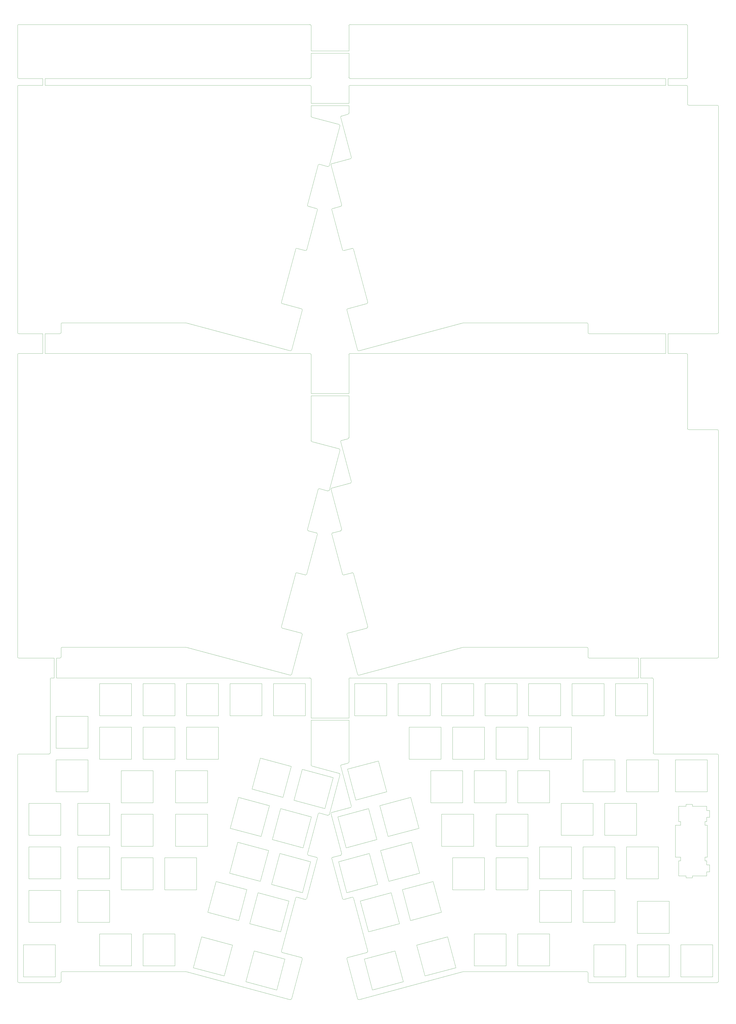
<source format=gbr>
%TF.GenerationSoftware,KiCad,Pcbnew,(5.1.6-0-10_14)*%
%TF.CreationDate,2020-09-04T13:20:55+09:00*%
%TF.ProjectId,Right,52696768-742e-46b6-9963-61645f706362,rev?*%
%TF.SameCoordinates,Original*%
%TF.FileFunction,Profile,NP*%
%FSLAX46Y46*%
G04 Gerber Fmt 4.6, Leading zero omitted, Abs format (unit mm)*
G04 Created by KiCad (PCBNEW (5.1.6-0-10_14)) date 2020-09-04 13:20:55*
%MOMM*%
%LPD*%
G01*
G04 APERTURE LIST*
%TA.AperFunction,Profile*%
%ADD10C,0.050000*%
%TD*%
G04 APERTURE END LIST*
D10*
X245162500Y118000000D02*
X245162500Y114730446D01*
X228587500Y118000000D02*
X228587500Y113454338D01*
X228587500Y118000000D02*
X245162500Y118000000D01*
X228587500Y119000000D02*
X245162500Y119000000D01*
X228587500Y141000000D02*
X228587500Y130395000D01*
X245162500Y141000000D02*
X245162500Y130395000D01*
X228587500Y142000000D02*
X245162500Y142000000D01*
X228587500Y141000000D02*
X245162500Y141000000D01*
X228587500Y-9000000D02*
X228587500Y-28545662D01*
X245162500Y9025000D02*
X245162500Y-8000000D01*
X228587500Y-9000000D02*
X245162500Y-9000000D01*
X228587500Y-8000000D02*
X245162500Y-8000000D01*
X228587500Y-151000000D02*
X228587500Y-170545662D01*
X245162500Y-151000000D02*
X245162500Y-169269554D01*
X228587500Y-151000000D02*
X245162500Y-151000000D01*
X228587500Y-150000000D02*
X245162500Y-150000000D01*
X111000000Y126895000D02*
X100500000Y126895000D01*
X111000000Y129895000D02*
X100500000Y129895000D01*
X112000000Y129895000D02*
X112000000Y126895000D01*
X111000000Y129895000D02*
X111000000Y126895000D01*
X373000000Y-123825000D02*
X406587500Y-123825000D01*
X373000000Y-132475000D02*
X378012500Y-132475000D01*
X372000000Y-123825000D02*
X372000000Y-132475000D01*
X373000000Y-132475000D02*
X373000000Y-123825000D01*
X385000000Y126895000D02*
X393030000Y126895000D01*
X385000000Y129895000D02*
X393030000Y129895000D01*
X384000000Y126895000D02*
X384000000Y129895000D01*
X385000000Y129895000D02*
X385000000Y126895000D01*
X385000000Y9525000D02*
X393030000Y9525000D01*
X385000000Y18175000D02*
X406587500Y18175000D01*
X385000000Y18175000D02*
X385000000Y9525000D01*
X384000000Y18175000D02*
X384000000Y9525000D01*
X116000000Y-132475000D02*
X114787500Y-132475000D01*
X118550000Y-123825000D02*
X117000000Y-123825000D01*
X117000000Y-132475000D02*
X117000000Y-123825000D01*
X116000000Y-123825000D02*
X116000000Y-132475000D01*
X111000000Y9525000D02*
X100500000Y9525000D01*
X118550000Y18175000D02*
X112000000Y18175000D01*
X112000000Y9525000D02*
X112000000Y18175000D01*
X111000000Y18175000D02*
X111000000Y9525000D01*
X389651000Y-219137500D02*
X389651000Y-212487500D01*
X402181000Y-210912500D02*
X401151000Y-210912500D01*
X403151000Y-214312500D02*
X403151000Y-217312500D01*
X401951000Y-219137500D02*
X395681000Y-219137500D01*
X392881000Y-220012500D02*
X392881000Y-219137500D01*
X401951000Y-212487500D02*
X401951000Y-214312500D01*
X401951000Y-214312500D02*
X403151000Y-214312500D01*
X389651000Y-212487500D02*
X390451000Y-212487500D01*
X401151000Y-212487500D02*
X401951000Y-212487500D01*
X392881000Y-219137500D02*
X389651000Y-219137500D01*
X403151000Y-217312500D02*
X401951000Y-217312500D01*
X401951000Y-217312500D02*
X401951000Y-219137500D01*
X395681000Y-219137500D02*
X395681000Y-220012500D01*
X390451000Y-212487500D02*
X390451000Y-210912500D01*
X390451000Y-210912500D02*
X388181000Y-210912500D01*
X401151000Y-210912500D02*
X401151000Y-212487500D01*
X395681000Y-220012500D02*
X392881000Y-220012500D01*
X388181000Y-196912500D02*
X388181000Y-210912500D01*
X390451000Y-196912500D02*
X388181000Y-196912500D01*
X390451000Y-195337500D02*
X390451000Y-196912500D01*
X389651000Y-195337500D02*
X390451000Y-195337500D01*
X389651000Y-188687500D02*
X389651000Y-195337500D01*
X392881000Y-188687500D02*
X389651000Y-188687500D01*
X392881000Y-187812500D02*
X392881000Y-188687500D01*
X395681000Y-187812500D02*
X392881000Y-187812500D01*
X395681000Y-188687500D02*
X395681000Y-187812500D01*
X401951000Y-188687500D02*
X395681000Y-188687500D01*
X401951000Y-190512500D02*
X401951000Y-188687500D01*
X403151000Y-190512500D02*
X401951000Y-190512500D01*
X403151000Y-193512500D02*
X403151000Y-190512500D01*
X401951000Y-193512500D02*
X403151000Y-193512500D01*
X401951000Y-195337500D02*
X401951000Y-193512500D01*
X401151000Y-195337500D02*
X401951000Y-195337500D01*
X401151000Y-196912500D02*
X401151000Y-195337500D01*
X402181000Y-196912500D02*
X401151000Y-196912500D01*
X402181000Y-210912500D02*
X402181000Y-196912500D01*
X238248957Y-176132178D02*
X224725995Y-172508712D01*
X206325109Y-167578209D02*
X202701642Y-181101170D01*
X221102529Y-186031673D02*
X234625490Y-189655140D01*
X216224603Y-184724637D02*
X219848070Y-171201675D01*
X224725995Y-172508712D02*
X221102529Y-186031673D01*
X219848070Y-171201675D02*
X206325109Y-167578209D01*
X202701642Y-181101170D02*
X216224603Y-184724637D01*
X234625490Y-189655140D02*
X238248957Y-176132178D01*
X215233760Y-243625175D02*
X218857227Y-230102214D01*
X196832873Y-238694672D02*
X200456340Y-225171711D01*
X201710798Y-240001709D02*
X215233760Y-243625175D01*
X205334265Y-226478747D02*
X201710798Y-240001709D01*
X200456340Y-225171711D02*
X186933378Y-221548244D01*
X186933378Y-221548244D02*
X183309911Y-235071206D01*
X218857227Y-230102214D02*
X205334265Y-226478747D01*
X183309911Y-235071206D02*
X196832873Y-238694672D01*
X196464103Y-204379983D02*
X192840636Y-217902944D01*
X228387951Y-212933952D02*
X214864989Y-209310486D01*
X209987064Y-208003449D02*
X196464103Y-204379983D01*
X214864989Y-209310486D02*
X211241523Y-222833447D01*
X224764484Y-226456914D02*
X228387951Y-212933952D01*
X192840636Y-217902944D02*
X206363597Y-221526411D01*
X211241523Y-222833447D02*
X224764484Y-226456914D01*
X206363597Y-221526411D02*
X209987064Y-208003449D01*
X193170917Y-198269432D02*
X206693879Y-201892898D01*
X206693879Y-201892898D02*
X210317345Y-188369937D01*
X210317345Y-188369937D02*
X196794384Y-184746470D01*
X196794384Y-184746470D02*
X193170917Y-198269432D01*
X211571804Y-203199935D02*
X225094765Y-206823401D01*
X228718232Y-193300440D02*
X215195271Y-189676973D01*
X225094765Y-206823401D02*
X228718232Y-193300440D01*
X215195271Y-189676973D02*
X211571804Y-203199935D01*
X203608597Y-251944978D02*
X199985130Y-265467940D01*
X217131559Y-255568445D02*
X203608597Y-251944978D01*
X199985130Y-265467940D02*
X213508092Y-269091406D01*
X213508092Y-269091406D02*
X217131559Y-255568445D01*
X180607971Y-245781979D02*
X176984504Y-259304941D01*
X194130933Y-249405446D02*
X180607971Y-245781979D01*
X176984504Y-259304941D02*
X190507466Y-262928407D01*
X190507466Y-262928407D02*
X194130933Y-249405446D01*
X154912500Y-244537500D02*
X168912500Y-244537500D01*
X168912500Y-258537500D02*
X154912500Y-258537500D01*
X149862500Y-244537500D02*
X149862500Y-258537500D01*
X135862500Y-244537500D02*
X149862500Y-244537500D01*
X168912500Y-244537500D02*
X168912500Y-258537500D01*
X135862500Y-258537500D02*
X135862500Y-244537500D01*
X149862500Y-258537500D02*
X135862500Y-258537500D01*
X154912500Y-258537500D02*
X154912500Y-244537500D01*
X116525000Y-263300000D02*
X102525000Y-263300000D01*
X102525000Y-249300000D02*
X116525000Y-249300000D01*
X116525000Y-249300000D02*
X116525000Y-263300000D01*
X102525000Y-263300000D02*
X102525000Y-249300000D01*
X104906250Y-201387500D02*
X104906250Y-187387500D01*
X118906250Y-206437500D02*
X118906250Y-220437500D01*
X104906250Y-220437500D02*
X104906250Y-206437500D01*
X118906250Y-201387500D02*
X104906250Y-201387500D01*
X104906250Y-225487500D02*
X118906250Y-225487500D01*
X104906250Y-239487500D02*
X104906250Y-225487500D01*
X104906250Y-187387500D02*
X118906250Y-187387500D01*
X118906250Y-225487500D02*
X118906250Y-239487500D01*
X104906250Y-206437500D02*
X118906250Y-206437500D01*
X118906250Y-220437500D02*
X104906250Y-220437500D01*
X118906250Y-239487500D02*
X104906250Y-239487500D01*
X118906250Y-187387500D02*
X118906250Y-201387500D01*
X140337500Y-201387500D02*
X126337500Y-201387500D01*
X126337500Y-201387500D02*
X126337500Y-187387500D01*
X140337500Y-206437500D02*
X140337500Y-220437500D01*
X126337500Y-220437500D02*
X126337500Y-206437500D01*
X126337500Y-187387500D02*
X140337500Y-187387500D01*
X140337500Y-225487500D02*
X140337500Y-239487500D01*
X126337500Y-225487500D02*
X140337500Y-225487500D01*
X126337500Y-239487500D02*
X126337500Y-225487500D01*
X140337500Y-239487500D02*
X126337500Y-239487500D01*
X140337500Y-187387500D02*
X140337500Y-201387500D01*
X126337500Y-206437500D02*
X140337500Y-206437500D01*
X140337500Y-220437500D02*
X126337500Y-220437500D01*
X164437500Y-225200000D02*
X164437500Y-211200000D01*
X159387500Y-211200000D02*
X159387500Y-225200000D01*
X145387500Y-211200000D02*
X159387500Y-211200000D01*
X145387500Y-225200000D02*
X145387500Y-211200000D01*
X159387500Y-225200000D02*
X145387500Y-225200000D01*
X178437500Y-211200000D02*
X178437500Y-225200000D01*
X178437500Y-225200000D02*
X164437500Y-225200000D01*
X164437500Y-211200000D02*
X178437500Y-211200000D01*
X183200000Y-187100000D02*
X169200000Y-187100000D01*
X169200000Y-187100000D02*
X169200000Y-173100000D01*
X183200000Y-192150000D02*
X183200000Y-206150000D01*
X169200000Y-206150000D02*
X169200000Y-192150000D01*
X169200000Y-173100000D02*
X183200000Y-173100000D01*
X183200000Y-173100000D02*
X183200000Y-187100000D01*
X169200000Y-192150000D02*
X183200000Y-192150000D01*
X183200000Y-206150000D02*
X169200000Y-206150000D01*
X159387500Y-187100000D02*
X145387500Y-187100000D01*
X159387500Y-173100000D02*
X159387500Y-187100000D01*
X159387500Y-206150000D02*
X145387500Y-206150000D01*
X145387500Y-192150000D02*
X159387500Y-192150000D01*
X145387500Y-173100000D02*
X159387500Y-173100000D01*
X159387500Y-192150000D02*
X159387500Y-206150000D01*
X145387500Y-187100000D02*
X145387500Y-173100000D01*
X145387500Y-206150000D02*
X145387500Y-192150000D01*
X130812500Y-163287500D02*
X116812500Y-163287500D01*
X116812500Y-149287500D02*
X130812500Y-149287500D01*
X116812500Y-163287500D02*
X116812500Y-149287500D01*
X130812500Y-149287500D02*
X130812500Y-163287500D01*
X130812500Y-168337500D02*
X130812500Y-182337500D01*
X116812500Y-168337500D02*
X130812500Y-168337500D01*
X116812500Y-182337500D02*
X116812500Y-168337500D01*
X130812500Y-182337500D02*
X116812500Y-182337500D01*
X173962500Y-168050000D02*
X173962500Y-154050000D01*
X168912500Y-168050000D02*
X154912500Y-168050000D01*
X154912500Y-154050000D02*
X168912500Y-154050000D01*
X173962500Y-154050000D02*
X187962500Y-154050000D01*
X187962500Y-154050000D02*
X187962500Y-168050000D01*
X154912500Y-168050000D02*
X154912500Y-154050000D01*
X168912500Y-154050000D02*
X168912500Y-168050000D01*
X187962500Y-168050000D02*
X173962500Y-168050000D01*
X149862500Y-168050000D02*
X135862500Y-168050000D01*
X149862500Y-154050000D02*
X149862500Y-168050000D01*
X135862500Y-168050000D02*
X135862500Y-154050000D01*
X135862500Y-154050000D02*
X149862500Y-154050000D01*
X135862500Y-149000000D02*
X135862500Y-135000000D01*
X135862500Y-135000000D02*
X149862500Y-135000000D01*
X149862500Y-135000000D02*
X149862500Y-149000000D01*
X149862500Y-149000000D02*
X135862500Y-149000000D01*
X154912500Y-149000000D02*
X154912500Y-135000000D01*
X168912500Y-135000000D02*
X168912500Y-149000000D01*
X154912500Y-135000000D02*
X168912500Y-135000000D01*
X168912500Y-149000000D02*
X154912500Y-149000000D01*
X173962500Y-135000000D02*
X187962500Y-135000000D01*
X173962500Y-149000000D02*
X173962500Y-135000000D01*
X187962500Y-149000000D02*
X173962500Y-149000000D01*
X187962500Y-135000000D02*
X187962500Y-149000000D01*
X193012500Y-135000000D02*
X207012500Y-135000000D01*
X193012500Y-149000000D02*
X193012500Y-135000000D01*
X207012500Y-149000000D02*
X193012500Y-149000000D01*
X207012500Y-135000000D02*
X207012500Y-149000000D01*
X212062500Y-135000000D02*
X226062500Y-135000000D01*
X226062500Y-135000000D02*
X226062500Y-149000000D01*
X226062500Y-149000000D02*
X212062500Y-149000000D01*
X212062500Y-149000000D02*
X212062500Y-135000000D01*
X228587500Y126395000D02*
G75*
G03*
X228087500Y126895000I-500000J0D01*
G01*
X228087500Y129895000D02*
G75*
G03*
X228587500Y130395000I0J500000D01*
G01*
X228587500Y153025000D02*
X228587500Y142000000D01*
X228087500Y126895000D02*
X112000000Y126895000D01*
X228087500Y129895000D02*
X112000000Y129895000D01*
X100500000Y126895000D02*
G75*
G03*
X100000000Y126395000I0J-500000D01*
G01*
X100000000Y130395000D02*
G75*
G03*
X100500000Y129895000I500000J0D01*
G01*
X100000000Y153025000D02*
X100000000Y130395000D01*
X241212028Y109170303D02*
G75*
G03*
X240858475Y109782676I-482963J129410D01*
G01*
X219410795Y10712898D02*
G75*
G03*
X220023168Y11066451I129410J482963D01*
G01*
X224694851Y28501411D02*
G75*
G03*
X224341298Y29113784I-482963J129410D01*
G01*
X215596961Y31974461D02*
G75*
G03*
X215950514Y31362088I482963J-129410D01*
G01*
X222432670Y55553822D02*
G75*
G03*
X221820297Y55200269I-129410J-482963D01*
G01*
X226066966Y54580015D02*
G75*
G03*
X226679339Y54933568I129410J482963D01*
G01*
X231351022Y72368529D02*
G75*
G03*
X230997469Y72980902I-482963J129410D01*
G01*
X227009620Y74567082D02*
G75*
G03*
X227363173Y73954709I482963J-129410D01*
G01*
X232293676Y92355596D02*
G75*
G03*
X231681303Y92002043I-129410J-482963D01*
G01*
X173851540Y22920463D02*
G75*
G03*
X173722130Y22937500I-129410J-482963D01*
G01*
X230997469Y72980902D02*
X227363173Y73954709D01*
X231681303Y92002043D02*
X227009620Y74567082D01*
X226066966Y54580015D02*
X222432670Y55553822D01*
X231351022Y72368529D02*
X226679339Y54933568D01*
X224341298Y29113784D02*
X215950514Y31362088D01*
X221820297Y55200269D02*
X215596961Y31974461D01*
X224694851Y28501411D02*
X220023168Y11066451D01*
X219410795Y10712898D02*
X173851540Y22920463D01*
X173722130Y22937500D02*
X119550000Y22937500D01*
X119550000Y22937500D02*
G75*
G03*
X119050000Y22437500I0J-500000D01*
G01*
X118550000Y18175000D02*
G75*
G03*
X119050000Y18675000I0J500000D01*
G01*
X119050000Y22437500D02*
X119050000Y18675000D01*
X111000000Y18175000D02*
X100500000Y18175000D01*
X228587500Y153025000D02*
G75*
G03*
X228087500Y153525000I-500000J0D01*
G01*
X228087500Y153525000D02*
X100500000Y153525000D01*
X228587500Y126395000D02*
X228587500Y119000000D01*
X235927972Y91381789D02*
X232293676Y92355596D01*
X235927972Y91381789D02*
G75*
G03*
X236540345Y91735342I129410J482963D01*
G01*
X241212028Y109170303D02*
X236540345Y91735342D01*
X240858475Y109782676D02*
X228958090Y112971375D01*
X228958090Y112971375D02*
G75*
G02*
X228587500Y113454338I129410J482963D01*
G01*
X100000000Y18675000D02*
G75*
G03*
X100500000Y18175000I500000J0D01*
G01*
X100000000Y126395000D02*
X100000000Y18675000D01*
X100500000Y153525000D02*
G75*
G03*
X100000000Y153025000I0J-500000D01*
G01*
X100500000Y-165812500D02*
G75*
G03*
X100000000Y-166312500I0J-500000D01*
G01*
X100500000Y-165812500D02*
X113787500Y-165812500D01*
X113787500Y-165812500D02*
G75*
G03*
X114287500Y-165312500I0J500000D01*
G01*
X114287500Y-132975000D02*
X114287500Y-165312500D01*
X114787500Y-132475000D02*
G75*
G03*
X114287500Y-132975000I0J-500000D01*
G01*
X241212028Y-174829697D02*
G75*
G03*
X240858475Y-174217324I-482963J129410D01*
G01*
X219410795Y-273287102D02*
G75*
G03*
X220023168Y-272933549I129410J482963D01*
G01*
X224694851Y-255498589D02*
G75*
G03*
X224341298Y-254886216I-482963J129410D01*
G01*
X215596961Y-252025539D02*
G75*
G03*
X215950514Y-252637912I482963J-129410D01*
G01*
X222432670Y-228446178D02*
G75*
G03*
X221820297Y-228799731I-129410J-482963D01*
G01*
X226066966Y-229419985D02*
G75*
G03*
X226679339Y-229066432I129410J482963D01*
G01*
X231351022Y-211631471D02*
G75*
G03*
X230997469Y-211019098I-482963J129410D01*
G01*
X227009620Y-209432918D02*
G75*
G03*
X227363173Y-210045291I482963J-129410D01*
G01*
X232293676Y-191644404D02*
G75*
G03*
X231681303Y-191997957I-129410J-482963D01*
G01*
X173851540Y-261079537D02*
G75*
G03*
X173722130Y-261062500I-129410J-482963D01*
G01*
X230997469Y-211019098D02*
X227363173Y-210045291D01*
X231681303Y-191997957D02*
X227009620Y-209432918D01*
X226066966Y-229419985D02*
X222432670Y-228446178D01*
X231351022Y-211631471D02*
X226679339Y-229066432D01*
X224341298Y-254886216D02*
X215950514Y-252637912D01*
X221820297Y-228799731D02*
X215596961Y-252025539D01*
X224694851Y-255498589D02*
X220023168Y-272933549D01*
X219410795Y-273287102D02*
X173851540Y-261079537D01*
X173722130Y-261062500D02*
X119550000Y-261062500D01*
X119550000Y-261062500D02*
G75*
G03*
X119050000Y-261562500I0J-500000D01*
G01*
X118550000Y-265825000D02*
G75*
G03*
X119050000Y-265325000I0J500000D01*
G01*
X119050000Y-261562500D02*
X119050000Y-265325000D01*
X118550000Y-265825000D02*
X100500000Y-265825000D01*
X228587500Y-132975000D02*
G75*
G03*
X228087500Y-132475000I-500000J0D01*
G01*
X228087500Y-132475000D02*
X117000000Y-132475000D01*
X228587500Y-132975000D02*
X228587500Y-150000000D01*
X235927972Y-192618211D02*
X232293676Y-191644404D01*
X235927972Y-192618211D02*
G75*
G03*
X236540345Y-192264658I129410J482963D01*
G01*
X241212028Y-174829697D02*
X236540345Y-192264658D01*
X240858475Y-174217324D02*
X228958090Y-171028625D01*
X228958090Y-171028625D02*
G75*
G02*
X228587500Y-170545662I129410J482963D01*
G01*
X100000000Y-265325000D02*
G75*
G03*
X100500000Y-265825000I500000J0D01*
G01*
X100000000Y-166312500D02*
X100000000Y-265325000D01*
X100500000Y9525000D02*
G75*
G03*
X100000000Y9025000I0J-500000D01*
G01*
X100000000Y9025000D02*
X100000000Y-123325000D01*
X100000000Y-123325000D02*
G75*
G03*
X100500000Y-123825000I500000J0D01*
G01*
X228958090Y-29028625D02*
G75*
G02*
X228587500Y-28545662I129410J482963D01*
G01*
X240858475Y-32217324D02*
X228958090Y-29028625D01*
X241212028Y-32829697D02*
X236540345Y-50264658D01*
X235927972Y-50618211D02*
G75*
G03*
X236540345Y-50264658I129410J482963D01*
G01*
X235927972Y-50618211D02*
X232293676Y-49644404D01*
X228587500Y9025000D02*
X228587500Y-8000000D01*
X228087500Y9525000D02*
X112000000Y9525000D01*
X228587500Y9025000D02*
G75*
G03*
X228087500Y9525000I-500000J0D01*
G01*
X116000000Y-123825000D02*
X100500000Y-123825000D01*
X119050000Y-119562500D02*
X119050000Y-123325000D01*
X118550000Y-123825000D02*
G75*
G03*
X119050000Y-123325000I0J500000D01*
G01*
X119550000Y-119062500D02*
G75*
G03*
X119050000Y-119562500I0J-500000D01*
G01*
X173722130Y-119062500D02*
X119550000Y-119062500D01*
X219410795Y-131287102D02*
X173851540Y-119079537D01*
X224694851Y-113498589D02*
X220023168Y-130933549D01*
X221820297Y-86799731D02*
X215596961Y-110025539D01*
X224341298Y-112886216D02*
X215950514Y-110637912D01*
X231351022Y-69631471D02*
X226679339Y-87066432D01*
X226066966Y-87419985D02*
X222432670Y-86446178D01*
X231681303Y-49997957D02*
X227009620Y-67432918D01*
X230997469Y-69019098D02*
X227363173Y-68045291D01*
X173851540Y-119079537D02*
G75*
G03*
X173722130Y-119062500I-129410J-482963D01*
G01*
X232293676Y-49644404D02*
G75*
G03*
X231681303Y-49997957I-129410J-482963D01*
G01*
X227009620Y-67432918D02*
G75*
G03*
X227363173Y-68045291I482963J-129410D01*
G01*
X231351022Y-69631471D02*
G75*
G03*
X230997469Y-69019098I-482963J129410D01*
G01*
X226066966Y-87419985D02*
G75*
G03*
X226679339Y-87066432I129410J482963D01*
G01*
X222432670Y-86446178D02*
G75*
G03*
X221820297Y-86799731I-129410J-482963D01*
G01*
X215596961Y-110025539D02*
G75*
G03*
X215950514Y-110637912I482963J-129410D01*
G01*
X224694851Y-113498589D02*
G75*
G03*
X224341298Y-112886216I-482963J129410D01*
G01*
X219410795Y-131287102D02*
G75*
G03*
X220023168Y-130933549I129410J482963D01*
G01*
X241212028Y-32829697D02*
G75*
G03*
X240858475Y-32217324I-482963J129410D01*
G01*
X393530000Y130395000D02*
G75*
G02*
X393030000Y129895000I-500000J0D01*
G01*
X245662500Y129895000D02*
X384000000Y129895000D01*
X393530000Y126395000D02*
X393530000Y118687500D01*
X393030000Y126895000D02*
G75*
G02*
X393530000Y126395000I0J-500000D01*
G01*
X245662500Y126895000D02*
X384000000Y126895000D01*
X245662500Y129895000D02*
G75*
G02*
X245162500Y130395000I0J500000D01*
G01*
X245162500Y126395000D02*
G75*
G02*
X245662500Y126895000I500000J0D01*
G01*
X245162500Y126395000D02*
X245162500Y119000000D01*
X350437500Y18175000D02*
X384000000Y18175000D01*
X295265370Y22937500D02*
X349437500Y22937500D01*
X249576705Y10712898D02*
X295135960Y22920463D01*
X244292649Y28501411D02*
X248964332Y11066451D01*
X247167203Y55200269D02*
X253390539Y31974461D01*
X244646202Y29113784D02*
X253036986Y31362088D01*
X237636478Y72368529D02*
X242308161Y54933568D01*
X242920534Y54580015D02*
X246554830Y55553822D01*
X237306197Y92002043D02*
X241977880Y74567082D01*
X237990031Y72980902D02*
X241624327Y73954709D01*
X241576138Y112868181D02*
X246247821Y95433220D01*
X237659750Y92614415D02*
X245894268Y94820847D01*
X349937500Y22437500D02*
X349937500Y18675000D01*
X245162500Y153025000D02*
X245162500Y142000000D01*
X241929691Y113480554D02*
X244791910Y114247483D01*
X245662500Y153525000D02*
X393030000Y153525000D01*
X407087500Y18675000D02*
G75*
G02*
X406587500Y18175000I-500000J0D01*
G01*
X350437500Y18175000D02*
G75*
G02*
X349937500Y18675000I0J500000D01*
G01*
X245162500Y153025000D02*
G75*
G02*
X245662500Y153525000I500000J0D01*
G01*
X349437500Y22937500D02*
G75*
G02*
X349937500Y22437500I0J-500000D01*
G01*
X244791910Y114247483D02*
G75*
G03*
X245162500Y114730446I-129410J482963D01*
G01*
X295135960Y22920463D02*
G75*
G02*
X295265370Y22937500I129410J-482963D01*
G01*
X241576138Y112868181D02*
G75*
G02*
X241929691Y113480554I482963J129410D01*
G01*
X246247821Y95433220D02*
G75*
G02*
X245894268Y94820847I-482963J-129410D01*
G01*
X237306197Y92002042D02*
G75*
G02*
X237659750Y92614415I482963J129410D01*
G01*
X241977880Y74567082D02*
G75*
G02*
X241624327Y73954709I-482963J-129410D01*
G01*
X237636478Y72368529D02*
G75*
G02*
X237990031Y72980902I482963J129410D01*
G01*
X242920534Y54580015D02*
G75*
G02*
X242308161Y54933568I-129410J482963D01*
G01*
X246554830Y55553822D02*
G75*
G02*
X247167203Y55200269I129410J-482963D01*
G01*
X253390539Y31974461D02*
G75*
G02*
X253036986Y31362088I-482963J-129410D01*
G01*
X244292649Y28501411D02*
G75*
G02*
X244646202Y29113784I482963J129410D01*
G01*
X249576705Y10712898D02*
G75*
G02*
X248964332Y11066451I-129410J482963D01*
G01*
X406587500Y118187500D02*
G75*
G02*
X407087500Y117687500I0J-500000D01*
G01*
X407087500Y117687500D02*
X407087500Y18675000D01*
X393030000Y153525000D02*
G75*
G02*
X393530000Y153025000I0J-500000D01*
G01*
X393530000Y153025000D02*
X393530000Y130395000D01*
X394030000Y118187500D02*
G75*
G02*
X393530000Y118687500I0J500000D01*
G01*
X394030000Y118187500D02*
X406587500Y118187500D01*
X278480034Y-262928407D02*
X274856567Y-249405446D01*
X292002996Y-259304941D02*
X278480034Y-262928407D01*
X274856567Y-249405446D02*
X288379529Y-245781979D01*
X288379529Y-245781979D02*
X292002996Y-259304941D01*
X255479408Y-269091406D02*
X251855941Y-255568445D01*
X269002370Y-265467940D02*
X255479408Y-269091406D01*
X251855941Y-255568445D02*
X265378903Y-251944978D01*
X265378903Y-251944978D02*
X269002370Y-265467940D01*
X248162675Y-185957263D02*
X244539209Y-172434301D01*
X261685637Y-182333796D02*
X248162675Y-185957263D01*
X244539209Y-172434301D02*
X258062170Y-168810835D01*
X258062170Y-168810835D02*
X261685637Y-182333796D01*
X253792229Y-189676973D02*
X257415696Y-203199935D01*
X243892735Y-206823401D02*
X240269268Y-193300440D01*
X240269268Y-193300440D02*
X253792229Y-189676973D01*
X257415696Y-203199935D02*
X243892735Y-206823401D01*
X272193116Y-184746470D02*
X275816583Y-198269432D01*
X258670155Y-188369937D02*
X272193116Y-184746470D01*
X262293621Y-201892898D02*
X258670155Y-188369937D01*
X275816583Y-198269432D02*
X262293621Y-201892898D01*
X262623903Y-221526411D02*
X259000436Y-208003449D01*
X257745977Y-222833447D02*
X244223016Y-226456914D01*
X276146864Y-217902944D02*
X262623903Y-221526411D01*
X244223016Y-226456914D02*
X240599549Y-212933952D01*
X254122511Y-209310486D02*
X257745977Y-222833447D01*
X259000436Y-208003449D02*
X272523397Y-204379983D01*
X240599549Y-212933952D02*
X254122511Y-209310486D01*
X272523397Y-204379983D02*
X276146864Y-217902944D01*
X285677589Y-235071206D02*
X272154627Y-238694672D01*
X250130273Y-230102214D02*
X263653235Y-226478747D01*
X282054122Y-221548244D02*
X285677589Y-235071206D01*
X268531160Y-225171711D02*
X282054122Y-221548244D01*
X263653235Y-226478747D02*
X267276702Y-240001709D01*
X267276702Y-240001709D02*
X253753740Y-243625175D01*
X272154627Y-238694672D02*
X268531160Y-225171711D01*
X253753740Y-243625175D02*
X250130273Y-230102214D01*
X347700000Y-182337500D02*
X347700000Y-168337500D01*
X380750000Y-182337500D02*
X366750000Y-182337500D01*
X366750000Y-168337500D02*
X380750000Y-168337500D01*
X366750000Y-182337500D02*
X366750000Y-168337500D01*
X361700000Y-168337500D02*
X361700000Y-182337500D01*
X361700000Y-182337500D02*
X347700000Y-182337500D01*
X347700000Y-168337500D02*
X361700000Y-168337500D01*
X380750000Y-168337500D02*
X380750000Y-182337500D01*
X352462500Y-249300000D02*
X366462500Y-249300000D01*
X385512500Y-263300000D02*
X371512500Y-263300000D01*
X371512500Y-249300000D02*
X385512500Y-249300000D01*
X366462500Y-263300000D02*
X352462500Y-263300000D01*
X404562500Y-263300000D02*
X390562500Y-263300000D01*
X390562500Y-249300000D02*
X404562500Y-249300000D01*
X404562500Y-249300000D02*
X404562500Y-263300000D01*
X390562500Y-263300000D02*
X390562500Y-249300000D01*
X385512500Y-249300000D02*
X385512500Y-263300000D01*
X352462500Y-263300000D02*
X352462500Y-249300000D01*
X371512500Y-263300000D02*
X371512500Y-249300000D01*
X366462500Y-249300000D02*
X366462500Y-263300000D01*
X371512500Y-244250000D02*
X371512500Y-230250000D01*
X385512500Y-230250000D02*
X385512500Y-244250000D01*
X371512500Y-230250000D02*
X385512500Y-230250000D01*
X385512500Y-244250000D02*
X371512500Y-244250000D01*
X319125000Y-258537500D02*
X319125000Y-244537500D01*
X300075000Y-244537500D02*
X314075000Y-244537500D01*
X314075000Y-244537500D02*
X314075000Y-258537500D01*
X314075000Y-258537500D02*
X300075000Y-258537500D01*
X333125000Y-244537500D02*
X333125000Y-258537500D01*
X319125000Y-244537500D02*
X333125000Y-244537500D01*
X333125000Y-258537500D02*
X319125000Y-258537500D01*
X300075000Y-258537500D02*
X300075000Y-244537500D01*
X347700000Y-239487500D02*
X347700000Y-225487500D01*
X328650000Y-225487500D02*
X342650000Y-225487500D01*
X380750000Y-220437500D02*
X366750000Y-220437500D01*
X366750000Y-206437500D02*
X380750000Y-206437500D01*
X342650000Y-225487500D02*
X342650000Y-239487500D01*
X366750000Y-220437500D02*
X366750000Y-206437500D01*
X361700000Y-225487500D02*
X361700000Y-239487500D01*
X361700000Y-239487500D02*
X347700000Y-239487500D01*
X328650000Y-239487500D02*
X328650000Y-225487500D01*
X347700000Y-225487500D02*
X361700000Y-225487500D01*
X380750000Y-206437500D02*
X380750000Y-220437500D01*
X342650000Y-239487500D02*
X328650000Y-239487500D01*
X290550000Y-225200000D02*
X290550000Y-211200000D01*
X323600000Y-225200000D02*
X309600000Y-225200000D01*
X309600000Y-211200000D02*
X323600000Y-211200000D01*
X309600000Y-225200000D02*
X309600000Y-211200000D01*
X304550000Y-211200000D02*
X304550000Y-225200000D01*
X304550000Y-225200000D02*
X290550000Y-225200000D01*
X290550000Y-211200000D02*
X304550000Y-211200000D01*
X323600000Y-211200000D02*
X323600000Y-225200000D01*
X285787500Y-192150000D02*
X299787500Y-192150000D01*
X299787500Y-206150000D02*
X285787500Y-206150000D01*
X285787500Y-206150000D02*
X285787500Y-192150000D01*
X299787500Y-192150000D02*
X299787500Y-206150000D01*
X323600000Y-206150000D02*
X309600000Y-206150000D01*
X309600000Y-192150000D02*
X323600000Y-192150000D01*
X309600000Y-206150000D02*
X309600000Y-192150000D01*
X323600000Y-192150000D02*
X323600000Y-206150000D01*
X361700000Y-206437500D02*
X361700000Y-220437500D01*
X328650000Y-220437500D02*
X328650000Y-206437500D01*
X347700000Y-220437500D02*
X347700000Y-206437500D01*
X342650000Y-206437500D02*
X342650000Y-220437500D01*
X328650000Y-206437500D02*
X342650000Y-206437500D01*
X361700000Y-220437500D02*
X347700000Y-220437500D01*
X347700000Y-206437500D02*
X361700000Y-206437500D01*
X342650000Y-220437500D02*
X328650000Y-220437500D01*
X402181250Y-168337500D02*
X402181250Y-182337500D01*
X388181250Y-182337500D02*
X388181250Y-168337500D01*
X402181250Y-182337500D02*
X388181250Y-182337500D01*
X388181250Y-168337500D02*
X402181250Y-168337500D01*
X338175000Y-201387500D02*
X338175000Y-187387500D01*
X371225000Y-201387500D02*
X357225000Y-201387500D01*
X357225000Y-187387500D02*
X371225000Y-187387500D01*
X357225000Y-201387500D02*
X357225000Y-187387500D01*
X352175000Y-187387500D02*
X352175000Y-201387500D01*
X352175000Y-201387500D02*
X338175000Y-201387500D01*
X338175000Y-187387500D02*
X352175000Y-187387500D01*
X371225000Y-187387500D02*
X371225000Y-201387500D01*
X300075000Y-187100000D02*
X300075000Y-173100000D01*
X281025000Y-173100000D02*
X295025000Y-173100000D01*
X333125000Y-187100000D02*
X319125000Y-187100000D01*
X319125000Y-173100000D02*
X333125000Y-173100000D01*
X319125000Y-187100000D02*
X319125000Y-173100000D01*
X314075000Y-173100000D02*
X314075000Y-187100000D01*
X314075000Y-187100000D02*
X300075000Y-187100000D01*
X295025000Y-187100000D02*
X281025000Y-187100000D01*
X281025000Y-187100000D02*
X281025000Y-173100000D01*
X300075000Y-173100000D02*
X314075000Y-173100000D01*
X295025000Y-173100000D02*
X295025000Y-187100000D01*
X333125000Y-173100000D02*
X333125000Y-187100000D01*
X342650000Y-154050000D02*
X342650000Y-168050000D01*
X304550000Y-154050000D02*
X304550000Y-168050000D01*
X323600000Y-168050000D02*
X309600000Y-168050000D01*
X290550000Y-168050000D02*
X290550000Y-154050000D01*
X323600000Y-154050000D02*
X323600000Y-168050000D01*
X309600000Y-168050000D02*
X309600000Y-154050000D01*
X309600000Y-154050000D02*
X323600000Y-154050000D01*
X304550000Y-168050000D02*
X290550000Y-168050000D01*
X342650000Y-168050000D02*
X328650000Y-168050000D01*
X328650000Y-168050000D02*
X328650000Y-154050000D01*
X328650000Y-154050000D02*
X342650000Y-154050000D01*
X290550000Y-154050000D02*
X304550000Y-154050000D01*
X285500000Y-168050000D02*
X271500000Y-168050000D01*
X285500000Y-154050000D02*
X285500000Y-168050000D01*
X271500000Y-168050000D02*
X271500000Y-154050000D01*
X271500000Y-154050000D02*
X285500000Y-154050000D01*
X361987500Y-135000000D02*
X375987500Y-135000000D01*
X361987500Y-149000000D02*
X361987500Y-135000000D01*
X375987500Y-135000000D02*
X375987500Y-149000000D01*
X375987500Y-149000000D02*
X361987500Y-149000000D01*
X356937500Y-135000000D02*
X356937500Y-149000000D01*
X356937500Y-149000000D02*
X342937500Y-149000000D01*
X342937500Y-149000000D02*
X342937500Y-135000000D01*
X342937500Y-135000000D02*
X356937500Y-135000000D01*
X337887500Y-149000000D02*
X323887500Y-149000000D01*
X337887500Y-135000000D02*
X337887500Y-149000000D01*
X323887500Y-149000000D02*
X323887500Y-135000000D01*
X323887500Y-135000000D02*
X337887500Y-135000000D01*
X318837500Y-135000000D02*
X318837500Y-149000000D01*
X304837500Y-149000000D02*
X304837500Y-135000000D01*
X318837500Y-149000000D02*
X304837500Y-149000000D01*
X304837500Y-135000000D02*
X318837500Y-135000000D01*
X299787500Y-149000000D02*
X285787500Y-149000000D01*
X299787500Y-135000000D02*
X299787500Y-149000000D01*
X285787500Y-149000000D02*
X285787500Y-135000000D01*
X285787500Y-135000000D02*
X299787500Y-135000000D01*
X280737500Y-149000000D02*
X266737500Y-149000000D01*
X280737500Y-135000000D02*
X280737500Y-149000000D01*
X266737500Y-149000000D02*
X266737500Y-135000000D01*
X266737500Y-135000000D02*
X280737500Y-135000000D01*
X247687500Y-149000000D02*
X247687500Y-135000000D01*
X261687500Y-149000000D02*
X247687500Y-149000000D01*
X261687500Y-135000000D02*
X261687500Y-149000000D01*
X247687500Y-135000000D02*
X261687500Y-135000000D01*
X350437500Y-265825000D02*
X406587500Y-265825000D01*
X295265370Y-261062500D02*
X349437500Y-261062500D01*
X249576705Y-273287102D02*
X295135960Y-261079537D01*
X244292649Y-255498589D02*
X248964332Y-272933549D01*
X247167203Y-228799731D02*
X253390539Y-252025539D01*
X244646202Y-254886216D02*
X253036986Y-252637912D01*
X237636478Y-211631471D02*
X242308161Y-229066432D01*
X242920534Y-229419985D02*
X246554830Y-228446178D01*
X237306197Y-191997957D02*
X241977880Y-209432918D01*
X237990031Y-211019098D02*
X241624327Y-210045291D01*
X241576138Y-171131819D02*
X246247821Y-188566780D01*
X237659750Y-191385585D02*
X245894268Y-189179153D01*
X349937500Y-261562500D02*
X349937500Y-265325000D01*
X245162500Y-132975000D02*
X245162500Y-150000000D01*
X241929691Y-170519446D02*
X244791910Y-169752517D01*
X245662500Y-132475000D02*
X372000000Y-132475000D01*
X407087500Y-265325000D02*
G75*
G02*
X406587500Y-265825000I-500000J0D01*
G01*
X350437500Y-265825000D02*
G75*
G02*
X349937500Y-265325000I0J500000D01*
G01*
X245162500Y-132975000D02*
G75*
G02*
X245662500Y-132475000I500000J0D01*
G01*
X349437500Y-261062500D02*
G75*
G02*
X349937500Y-261562500I0J-500000D01*
G01*
X244791910Y-169752517D02*
G75*
G03*
X245162500Y-169269554I-129410J482963D01*
G01*
X295135960Y-261079537D02*
G75*
G02*
X295265370Y-261062500I129410J-482963D01*
G01*
X241576138Y-171131819D02*
G75*
G02*
X241929691Y-170519446I482963J129410D01*
G01*
X246247821Y-188566780D02*
G75*
G02*
X245894268Y-189179153I-482963J-129410D01*
G01*
X237306197Y-191997958D02*
G75*
G02*
X237659750Y-191385585I482963J129410D01*
G01*
X241977880Y-209432918D02*
G75*
G02*
X241624327Y-210045291I-482963J-129410D01*
G01*
X237636478Y-211631471D02*
G75*
G02*
X237990031Y-211019098I482963J129410D01*
G01*
X242920534Y-229419985D02*
G75*
G02*
X242308161Y-229066432I-129410J482963D01*
G01*
X246554830Y-228446178D02*
G75*
G02*
X247167203Y-228799731I129410J-482963D01*
G01*
X253390539Y-252025539D02*
G75*
G02*
X253036986Y-252637912I-482963J-129410D01*
G01*
X244292649Y-255498589D02*
G75*
G02*
X244646202Y-254886216I482963J129410D01*
G01*
X249576705Y-273287102D02*
G75*
G02*
X248964332Y-272933549I-129410J482963D01*
G01*
X406587500Y-165812500D02*
G75*
G02*
X407087500Y-166312500I0J-500000D01*
G01*
X407087500Y-166312500D02*
X407087500Y-265325000D01*
X378012500Y-132475000D02*
G75*
G02*
X378512500Y-132975000I0J-500000D01*
G01*
X378512500Y-132975000D02*
X378512500Y-165312500D01*
X379012500Y-165812500D02*
G75*
G02*
X378512500Y-165312500I0J500000D01*
G01*
X379012500Y-165812500D02*
X406587500Y-165812500D01*
X394030000Y-23812500D02*
X406587500Y-23812500D01*
X394030000Y-23812500D02*
G75*
G02*
X393530000Y-23312500I0J500000D01*
G01*
X393530000Y9025000D02*
X393530000Y-23312500D01*
X393030000Y9525000D02*
G75*
G02*
X393530000Y9025000I0J-500000D01*
G01*
X407087500Y-24312500D02*
X407087500Y-123325000D01*
X406587500Y-23812500D02*
G75*
G02*
X407087500Y-24312500I0J-500000D01*
G01*
X249576705Y-131287102D02*
G75*
G02*
X248964332Y-130933549I-129410J482963D01*
G01*
X244292649Y-113498589D02*
G75*
G02*
X244646202Y-112886216I482963J129410D01*
G01*
X253390539Y-110025539D02*
G75*
G02*
X253036986Y-110637912I-482963J-129410D01*
G01*
X246554830Y-86446178D02*
G75*
G02*
X247167203Y-86799731I129410J-482963D01*
G01*
X242920534Y-87419985D02*
G75*
G02*
X242308161Y-87066432I-129410J482963D01*
G01*
X237636478Y-69631471D02*
G75*
G02*
X237990031Y-69019098I482963J129410D01*
G01*
X241977880Y-67432918D02*
G75*
G02*
X241624327Y-68045291I-482963J-129410D01*
G01*
X237306197Y-49997958D02*
G75*
G02*
X237659750Y-49385585I482963J129410D01*
G01*
X246247821Y-46566780D02*
G75*
G02*
X245894268Y-47179153I-482963J-129410D01*
G01*
X241576138Y-29131819D02*
G75*
G02*
X241929691Y-28519446I482963J129410D01*
G01*
X295135960Y-119079537D02*
G75*
G02*
X295265370Y-119062500I129410J-482963D01*
G01*
X244791910Y-27752517D02*
G75*
G03*
X245162500Y-27269554I-129410J482963D01*
G01*
X349437500Y-119062500D02*
G75*
G02*
X349937500Y-119562500I0J-500000D01*
G01*
X245162500Y9025000D02*
G75*
G02*
X245662500Y9525000I500000J0D01*
G01*
X350437500Y-123825000D02*
G75*
G02*
X349937500Y-123325000I0J500000D01*
G01*
X407087500Y-123325000D02*
G75*
G02*
X406587500Y-123825000I-500000J0D01*
G01*
X245662500Y9525000D02*
X384000000Y9525000D01*
X241929691Y-28519446D02*
X244791910Y-27752517D01*
X245162500Y-9000000D02*
X245162500Y-27269554D01*
X349937500Y-119562500D02*
X349937500Y-123325000D01*
X237659750Y-49385585D02*
X245894268Y-47179153D01*
X241576138Y-29131819D02*
X246247821Y-46566780D01*
X237990031Y-69019098D02*
X241624327Y-68045291D01*
X237306197Y-49997957D02*
X241977880Y-67432918D01*
X242920534Y-87419985D02*
X246554830Y-86446178D01*
X237636478Y-69631471D02*
X242308161Y-87066432D01*
X244646202Y-112886216D02*
X253036986Y-110637912D01*
X247167203Y-86799731D02*
X253390539Y-110025539D01*
X244292649Y-113498589D02*
X248964332Y-130933549D01*
X249576705Y-131287102D02*
X295135960Y-119079537D01*
X295265370Y-119062500D02*
X349437500Y-119062500D01*
X350437500Y-123825000D02*
X372000000Y-123825000D01*
M02*

</source>
